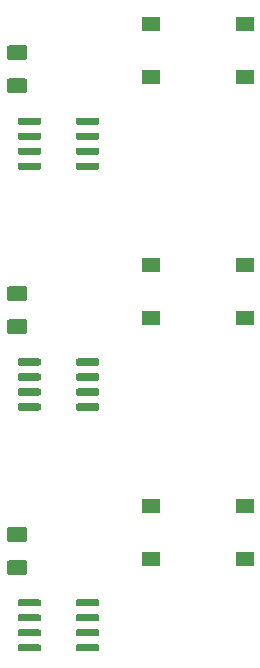
<source format=gbr>
G04 #@! TF.GenerationSoftware,KiCad,Pcbnew,(5.1.5)-3*
G04 #@! TF.CreationDate,2020-05-24T18:07:27-05:00*
G04 #@! TF.ProjectId,multiBoard_small,6d756c74-6942-46f6-9172-645f736d616c,rev?*
G04 #@! TF.SameCoordinates,PX5a995c0PY68e7780*
G04 #@! TF.FileFunction,Paste,Top*
G04 #@! TF.FilePolarity,Positive*
%FSLAX46Y46*%
G04 Gerber Fmt 4.6, Leading zero omitted, Abs format (unit mm)*
G04 Created by KiCad (PCBNEW (5.1.5)-3) date 2020-05-24 18:07:27*
%MOMM*%
%LPD*%
G04 APERTURE LIST*
%ADD10C,0.100000*%
%ADD11R,1.550000X1.300000*%
G04 APERTURE END LIST*
D10*
G36*
X16664703Y11804278D02*
G01*
X16679264Y11802118D01*
X16693543Y11798541D01*
X16707403Y11793582D01*
X16720710Y11787288D01*
X16733336Y11779720D01*
X16745159Y11770952D01*
X16756066Y11761066D01*
X16765952Y11750159D01*
X16774720Y11738336D01*
X16782288Y11725710D01*
X16788582Y11712403D01*
X16793541Y11698543D01*
X16797118Y11684264D01*
X16799278Y11669703D01*
X16800000Y11655000D01*
X16800000Y11355000D01*
X16799278Y11340297D01*
X16797118Y11325736D01*
X16793541Y11311457D01*
X16788582Y11297597D01*
X16782288Y11284290D01*
X16774720Y11271664D01*
X16765952Y11259841D01*
X16756066Y11248934D01*
X16745159Y11239048D01*
X16733336Y11230280D01*
X16720710Y11222712D01*
X16707403Y11216418D01*
X16693543Y11211459D01*
X16679264Y11207882D01*
X16664703Y11205722D01*
X16650000Y11205000D01*
X15000000Y11205000D01*
X14985297Y11205722D01*
X14970736Y11207882D01*
X14956457Y11211459D01*
X14942597Y11216418D01*
X14929290Y11222712D01*
X14916664Y11230280D01*
X14904841Y11239048D01*
X14893934Y11248934D01*
X14884048Y11259841D01*
X14875280Y11271664D01*
X14867712Y11284290D01*
X14861418Y11297597D01*
X14856459Y11311457D01*
X14852882Y11325736D01*
X14850722Y11340297D01*
X14850000Y11355000D01*
X14850000Y11655000D01*
X14850722Y11669703D01*
X14852882Y11684264D01*
X14856459Y11698543D01*
X14861418Y11712403D01*
X14867712Y11725710D01*
X14875280Y11738336D01*
X14884048Y11750159D01*
X14893934Y11761066D01*
X14904841Y11770952D01*
X14916664Y11779720D01*
X14929290Y11787288D01*
X14942597Y11793582D01*
X14956457Y11798541D01*
X14970736Y11802118D01*
X14985297Y11804278D01*
X15000000Y11805000D01*
X16650000Y11805000D01*
X16664703Y11804278D01*
G37*
G36*
X16664703Y10534278D02*
G01*
X16679264Y10532118D01*
X16693543Y10528541D01*
X16707403Y10523582D01*
X16720710Y10517288D01*
X16733336Y10509720D01*
X16745159Y10500952D01*
X16756066Y10491066D01*
X16765952Y10480159D01*
X16774720Y10468336D01*
X16782288Y10455710D01*
X16788582Y10442403D01*
X16793541Y10428543D01*
X16797118Y10414264D01*
X16799278Y10399703D01*
X16800000Y10385000D01*
X16800000Y10085000D01*
X16799278Y10070297D01*
X16797118Y10055736D01*
X16793541Y10041457D01*
X16788582Y10027597D01*
X16782288Y10014290D01*
X16774720Y10001664D01*
X16765952Y9989841D01*
X16756066Y9978934D01*
X16745159Y9969048D01*
X16733336Y9960280D01*
X16720710Y9952712D01*
X16707403Y9946418D01*
X16693543Y9941459D01*
X16679264Y9937882D01*
X16664703Y9935722D01*
X16650000Y9935000D01*
X15000000Y9935000D01*
X14985297Y9935722D01*
X14970736Y9937882D01*
X14956457Y9941459D01*
X14942597Y9946418D01*
X14929290Y9952712D01*
X14916664Y9960280D01*
X14904841Y9969048D01*
X14893934Y9978934D01*
X14884048Y9989841D01*
X14875280Y10001664D01*
X14867712Y10014290D01*
X14861418Y10027597D01*
X14856459Y10041457D01*
X14852882Y10055736D01*
X14850722Y10070297D01*
X14850000Y10085000D01*
X14850000Y10385000D01*
X14850722Y10399703D01*
X14852882Y10414264D01*
X14856459Y10428543D01*
X14861418Y10442403D01*
X14867712Y10455710D01*
X14875280Y10468336D01*
X14884048Y10480159D01*
X14893934Y10491066D01*
X14904841Y10500952D01*
X14916664Y10509720D01*
X14929290Y10517288D01*
X14942597Y10523582D01*
X14956457Y10528541D01*
X14970736Y10532118D01*
X14985297Y10534278D01*
X15000000Y10535000D01*
X16650000Y10535000D01*
X16664703Y10534278D01*
G37*
G36*
X16664703Y9264278D02*
G01*
X16679264Y9262118D01*
X16693543Y9258541D01*
X16707403Y9253582D01*
X16720710Y9247288D01*
X16733336Y9239720D01*
X16745159Y9230952D01*
X16756066Y9221066D01*
X16765952Y9210159D01*
X16774720Y9198336D01*
X16782288Y9185710D01*
X16788582Y9172403D01*
X16793541Y9158543D01*
X16797118Y9144264D01*
X16799278Y9129703D01*
X16800000Y9115000D01*
X16800000Y8815000D01*
X16799278Y8800297D01*
X16797118Y8785736D01*
X16793541Y8771457D01*
X16788582Y8757597D01*
X16782288Y8744290D01*
X16774720Y8731664D01*
X16765952Y8719841D01*
X16756066Y8708934D01*
X16745159Y8699048D01*
X16733336Y8690280D01*
X16720710Y8682712D01*
X16707403Y8676418D01*
X16693543Y8671459D01*
X16679264Y8667882D01*
X16664703Y8665722D01*
X16650000Y8665000D01*
X15000000Y8665000D01*
X14985297Y8665722D01*
X14970736Y8667882D01*
X14956457Y8671459D01*
X14942597Y8676418D01*
X14929290Y8682712D01*
X14916664Y8690280D01*
X14904841Y8699048D01*
X14893934Y8708934D01*
X14884048Y8719841D01*
X14875280Y8731664D01*
X14867712Y8744290D01*
X14861418Y8757597D01*
X14856459Y8771457D01*
X14852882Y8785736D01*
X14850722Y8800297D01*
X14850000Y8815000D01*
X14850000Y9115000D01*
X14850722Y9129703D01*
X14852882Y9144264D01*
X14856459Y9158543D01*
X14861418Y9172403D01*
X14867712Y9185710D01*
X14875280Y9198336D01*
X14884048Y9210159D01*
X14893934Y9221066D01*
X14904841Y9230952D01*
X14916664Y9239720D01*
X14929290Y9247288D01*
X14942597Y9253582D01*
X14956457Y9258541D01*
X14970736Y9262118D01*
X14985297Y9264278D01*
X15000000Y9265000D01*
X16650000Y9265000D01*
X16664703Y9264278D01*
G37*
G36*
X16664703Y7994278D02*
G01*
X16679264Y7992118D01*
X16693543Y7988541D01*
X16707403Y7983582D01*
X16720710Y7977288D01*
X16733336Y7969720D01*
X16745159Y7960952D01*
X16756066Y7951066D01*
X16765952Y7940159D01*
X16774720Y7928336D01*
X16782288Y7915710D01*
X16788582Y7902403D01*
X16793541Y7888543D01*
X16797118Y7874264D01*
X16799278Y7859703D01*
X16800000Y7845000D01*
X16800000Y7545000D01*
X16799278Y7530297D01*
X16797118Y7515736D01*
X16793541Y7501457D01*
X16788582Y7487597D01*
X16782288Y7474290D01*
X16774720Y7461664D01*
X16765952Y7449841D01*
X16756066Y7438934D01*
X16745159Y7429048D01*
X16733336Y7420280D01*
X16720710Y7412712D01*
X16707403Y7406418D01*
X16693543Y7401459D01*
X16679264Y7397882D01*
X16664703Y7395722D01*
X16650000Y7395000D01*
X15000000Y7395000D01*
X14985297Y7395722D01*
X14970736Y7397882D01*
X14956457Y7401459D01*
X14942597Y7406418D01*
X14929290Y7412712D01*
X14916664Y7420280D01*
X14904841Y7429048D01*
X14893934Y7438934D01*
X14884048Y7449841D01*
X14875280Y7461664D01*
X14867712Y7474290D01*
X14861418Y7487597D01*
X14856459Y7501457D01*
X14852882Y7515736D01*
X14850722Y7530297D01*
X14850000Y7545000D01*
X14850000Y7845000D01*
X14850722Y7859703D01*
X14852882Y7874264D01*
X14856459Y7888543D01*
X14861418Y7902403D01*
X14867712Y7915710D01*
X14875280Y7928336D01*
X14884048Y7940159D01*
X14893934Y7951066D01*
X14904841Y7960952D01*
X14916664Y7969720D01*
X14929290Y7977288D01*
X14942597Y7983582D01*
X14956457Y7988541D01*
X14970736Y7992118D01*
X14985297Y7994278D01*
X15000000Y7995000D01*
X16650000Y7995000D01*
X16664703Y7994278D01*
G37*
G36*
X21614703Y7994278D02*
G01*
X21629264Y7992118D01*
X21643543Y7988541D01*
X21657403Y7983582D01*
X21670710Y7977288D01*
X21683336Y7969720D01*
X21695159Y7960952D01*
X21706066Y7951066D01*
X21715952Y7940159D01*
X21724720Y7928336D01*
X21732288Y7915710D01*
X21738582Y7902403D01*
X21743541Y7888543D01*
X21747118Y7874264D01*
X21749278Y7859703D01*
X21750000Y7845000D01*
X21750000Y7545000D01*
X21749278Y7530297D01*
X21747118Y7515736D01*
X21743541Y7501457D01*
X21738582Y7487597D01*
X21732288Y7474290D01*
X21724720Y7461664D01*
X21715952Y7449841D01*
X21706066Y7438934D01*
X21695159Y7429048D01*
X21683336Y7420280D01*
X21670710Y7412712D01*
X21657403Y7406418D01*
X21643543Y7401459D01*
X21629264Y7397882D01*
X21614703Y7395722D01*
X21600000Y7395000D01*
X19950000Y7395000D01*
X19935297Y7395722D01*
X19920736Y7397882D01*
X19906457Y7401459D01*
X19892597Y7406418D01*
X19879290Y7412712D01*
X19866664Y7420280D01*
X19854841Y7429048D01*
X19843934Y7438934D01*
X19834048Y7449841D01*
X19825280Y7461664D01*
X19817712Y7474290D01*
X19811418Y7487597D01*
X19806459Y7501457D01*
X19802882Y7515736D01*
X19800722Y7530297D01*
X19800000Y7545000D01*
X19800000Y7845000D01*
X19800722Y7859703D01*
X19802882Y7874264D01*
X19806459Y7888543D01*
X19811418Y7902403D01*
X19817712Y7915710D01*
X19825280Y7928336D01*
X19834048Y7940159D01*
X19843934Y7951066D01*
X19854841Y7960952D01*
X19866664Y7969720D01*
X19879290Y7977288D01*
X19892597Y7983582D01*
X19906457Y7988541D01*
X19920736Y7992118D01*
X19935297Y7994278D01*
X19950000Y7995000D01*
X21600000Y7995000D01*
X21614703Y7994278D01*
G37*
G36*
X21614703Y9264278D02*
G01*
X21629264Y9262118D01*
X21643543Y9258541D01*
X21657403Y9253582D01*
X21670710Y9247288D01*
X21683336Y9239720D01*
X21695159Y9230952D01*
X21706066Y9221066D01*
X21715952Y9210159D01*
X21724720Y9198336D01*
X21732288Y9185710D01*
X21738582Y9172403D01*
X21743541Y9158543D01*
X21747118Y9144264D01*
X21749278Y9129703D01*
X21750000Y9115000D01*
X21750000Y8815000D01*
X21749278Y8800297D01*
X21747118Y8785736D01*
X21743541Y8771457D01*
X21738582Y8757597D01*
X21732288Y8744290D01*
X21724720Y8731664D01*
X21715952Y8719841D01*
X21706066Y8708934D01*
X21695159Y8699048D01*
X21683336Y8690280D01*
X21670710Y8682712D01*
X21657403Y8676418D01*
X21643543Y8671459D01*
X21629264Y8667882D01*
X21614703Y8665722D01*
X21600000Y8665000D01*
X19950000Y8665000D01*
X19935297Y8665722D01*
X19920736Y8667882D01*
X19906457Y8671459D01*
X19892597Y8676418D01*
X19879290Y8682712D01*
X19866664Y8690280D01*
X19854841Y8699048D01*
X19843934Y8708934D01*
X19834048Y8719841D01*
X19825280Y8731664D01*
X19817712Y8744290D01*
X19811418Y8757597D01*
X19806459Y8771457D01*
X19802882Y8785736D01*
X19800722Y8800297D01*
X19800000Y8815000D01*
X19800000Y9115000D01*
X19800722Y9129703D01*
X19802882Y9144264D01*
X19806459Y9158543D01*
X19811418Y9172403D01*
X19817712Y9185710D01*
X19825280Y9198336D01*
X19834048Y9210159D01*
X19843934Y9221066D01*
X19854841Y9230952D01*
X19866664Y9239720D01*
X19879290Y9247288D01*
X19892597Y9253582D01*
X19906457Y9258541D01*
X19920736Y9262118D01*
X19935297Y9264278D01*
X19950000Y9265000D01*
X21600000Y9265000D01*
X21614703Y9264278D01*
G37*
G36*
X21614703Y10534278D02*
G01*
X21629264Y10532118D01*
X21643543Y10528541D01*
X21657403Y10523582D01*
X21670710Y10517288D01*
X21683336Y10509720D01*
X21695159Y10500952D01*
X21706066Y10491066D01*
X21715952Y10480159D01*
X21724720Y10468336D01*
X21732288Y10455710D01*
X21738582Y10442403D01*
X21743541Y10428543D01*
X21747118Y10414264D01*
X21749278Y10399703D01*
X21750000Y10385000D01*
X21750000Y10085000D01*
X21749278Y10070297D01*
X21747118Y10055736D01*
X21743541Y10041457D01*
X21738582Y10027597D01*
X21732288Y10014290D01*
X21724720Y10001664D01*
X21715952Y9989841D01*
X21706066Y9978934D01*
X21695159Y9969048D01*
X21683336Y9960280D01*
X21670710Y9952712D01*
X21657403Y9946418D01*
X21643543Y9941459D01*
X21629264Y9937882D01*
X21614703Y9935722D01*
X21600000Y9935000D01*
X19950000Y9935000D01*
X19935297Y9935722D01*
X19920736Y9937882D01*
X19906457Y9941459D01*
X19892597Y9946418D01*
X19879290Y9952712D01*
X19866664Y9960280D01*
X19854841Y9969048D01*
X19843934Y9978934D01*
X19834048Y9989841D01*
X19825280Y10001664D01*
X19817712Y10014290D01*
X19811418Y10027597D01*
X19806459Y10041457D01*
X19802882Y10055736D01*
X19800722Y10070297D01*
X19800000Y10085000D01*
X19800000Y10385000D01*
X19800722Y10399703D01*
X19802882Y10414264D01*
X19806459Y10428543D01*
X19811418Y10442403D01*
X19817712Y10455710D01*
X19825280Y10468336D01*
X19834048Y10480159D01*
X19843934Y10491066D01*
X19854841Y10500952D01*
X19866664Y10509720D01*
X19879290Y10517288D01*
X19892597Y10523582D01*
X19906457Y10528541D01*
X19920736Y10532118D01*
X19935297Y10534278D01*
X19950000Y10535000D01*
X21600000Y10535000D01*
X21614703Y10534278D01*
G37*
G36*
X21614703Y11804278D02*
G01*
X21629264Y11802118D01*
X21643543Y11798541D01*
X21657403Y11793582D01*
X21670710Y11787288D01*
X21683336Y11779720D01*
X21695159Y11770952D01*
X21706066Y11761066D01*
X21715952Y11750159D01*
X21724720Y11738336D01*
X21732288Y11725710D01*
X21738582Y11712403D01*
X21743541Y11698543D01*
X21747118Y11684264D01*
X21749278Y11669703D01*
X21750000Y11655000D01*
X21750000Y11355000D01*
X21749278Y11340297D01*
X21747118Y11325736D01*
X21743541Y11311457D01*
X21738582Y11297597D01*
X21732288Y11284290D01*
X21724720Y11271664D01*
X21715952Y11259841D01*
X21706066Y11248934D01*
X21695159Y11239048D01*
X21683336Y11230280D01*
X21670710Y11222712D01*
X21657403Y11216418D01*
X21643543Y11211459D01*
X21629264Y11207882D01*
X21614703Y11205722D01*
X21600000Y11205000D01*
X19950000Y11205000D01*
X19935297Y11205722D01*
X19920736Y11207882D01*
X19906457Y11211459D01*
X19892597Y11216418D01*
X19879290Y11222712D01*
X19866664Y11230280D01*
X19854841Y11239048D01*
X19843934Y11248934D01*
X19834048Y11259841D01*
X19825280Y11271664D01*
X19817712Y11284290D01*
X19811418Y11297597D01*
X19806459Y11311457D01*
X19802882Y11325736D01*
X19800722Y11340297D01*
X19800000Y11355000D01*
X19800000Y11655000D01*
X19800722Y11669703D01*
X19802882Y11684264D01*
X19806459Y11698543D01*
X19811418Y11712403D01*
X19817712Y11725710D01*
X19825280Y11738336D01*
X19834048Y11750159D01*
X19843934Y11761066D01*
X19854841Y11770952D01*
X19866664Y11779720D01*
X19879290Y11787288D01*
X19892597Y11793582D01*
X19906457Y11798541D01*
X19920736Y11802118D01*
X19935297Y11804278D01*
X19950000Y11805000D01*
X21600000Y11805000D01*
X21614703Y11804278D01*
G37*
G36*
X15449504Y17923796D02*
G01*
X15473773Y17920196D01*
X15497571Y17914235D01*
X15520671Y17905970D01*
X15542849Y17895480D01*
X15563893Y17882867D01*
X15583598Y17868253D01*
X15601777Y17851777D01*
X15618253Y17833598D01*
X15632867Y17813893D01*
X15645480Y17792849D01*
X15655970Y17770671D01*
X15664235Y17747571D01*
X15670196Y17723773D01*
X15673796Y17699504D01*
X15675000Y17675000D01*
X15675000Y16925000D01*
X15673796Y16900496D01*
X15670196Y16876227D01*
X15664235Y16852429D01*
X15655970Y16829329D01*
X15645480Y16807151D01*
X15632867Y16786107D01*
X15618253Y16766402D01*
X15601777Y16748223D01*
X15583598Y16731747D01*
X15563893Y16717133D01*
X15542849Y16704520D01*
X15520671Y16694030D01*
X15497571Y16685765D01*
X15473773Y16679804D01*
X15449504Y16676204D01*
X15425000Y16675000D01*
X14175000Y16675000D01*
X14150496Y16676204D01*
X14126227Y16679804D01*
X14102429Y16685765D01*
X14079329Y16694030D01*
X14057151Y16704520D01*
X14036107Y16717133D01*
X14016402Y16731747D01*
X13998223Y16748223D01*
X13981747Y16766402D01*
X13967133Y16786107D01*
X13954520Y16807151D01*
X13944030Y16829329D01*
X13935765Y16852429D01*
X13929804Y16876227D01*
X13926204Y16900496D01*
X13925000Y16925000D01*
X13925000Y17675000D01*
X13926204Y17699504D01*
X13929804Y17723773D01*
X13935765Y17747571D01*
X13944030Y17770671D01*
X13954520Y17792849D01*
X13967133Y17813893D01*
X13981747Y17833598D01*
X13998223Y17851777D01*
X14016402Y17868253D01*
X14036107Y17882867D01*
X14057151Y17895480D01*
X14079329Y17905970D01*
X14102429Y17914235D01*
X14126227Y17920196D01*
X14150496Y17923796D01*
X14175000Y17925000D01*
X15425000Y17925000D01*
X15449504Y17923796D01*
G37*
G36*
X15449504Y15123796D02*
G01*
X15473773Y15120196D01*
X15497571Y15114235D01*
X15520671Y15105970D01*
X15542849Y15095480D01*
X15563893Y15082867D01*
X15583598Y15068253D01*
X15601777Y15051777D01*
X15618253Y15033598D01*
X15632867Y15013893D01*
X15645480Y14992849D01*
X15655970Y14970671D01*
X15664235Y14947571D01*
X15670196Y14923773D01*
X15673796Y14899504D01*
X15675000Y14875000D01*
X15675000Y14125000D01*
X15673796Y14100496D01*
X15670196Y14076227D01*
X15664235Y14052429D01*
X15655970Y14029329D01*
X15645480Y14007151D01*
X15632867Y13986107D01*
X15618253Y13966402D01*
X15601777Y13948223D01*
X15583598Y13931747D01*
X15563893Y13917133D01*
X15542849Y13904520D01*
X15520671Y13894030D01*
X15497571Y13885765D01*
X15473773Y13879804D01*
X15449504Y13876204D01*
X15425000Y13875000D01*
X14175000Y13875000D01*
X14150496Y13876204D01*
X14126227Y13879804D01*
X14102429Y13885765D01*
X14079329Y13894030D01*
X14057151Y13904520D01*
X14036107Y13917133D01*
X14016402Y13931747D01*
X13998223Y13948223D01*
X13981747Y13966402D01*
X13967133Y13986107D01*
X13954520Y14007151D01*
X13944030Y14029329D01*
X13935765Y14052429D01*
X13929804Y14076227D01*
X13926204Y14100496D01*
X13925000Y14125000D01*
X13925000Y14875000D01*
X13926204Y14899504D01*
X13929804Y14923773D01*
X13935765Y14947571D01*
X13944030Y14970671D01*
X13954520Y14992849D01*
X13967133Y15013893D01*
X13981747Y15033598D01*
X13998223Y15051777D01*
X14016402Y15068253D01*
X14036107Y15082867D01*
X14057151Y15095480D01*
X14079329Y15105970D01*
X14102429Y15114235D01*
X14126227Y15120196D01*
X14150496Y15123796D01*
X14175000Y15125000D01*
X15425000Y15125000D01*
X15449504Y15123796D01*
G37*
D11*
X26125000Y15250000D03*
X26125000Y19750000D03*
X34075000Y19750000D03*
X34075000Y15250000D03*
D10*
G36*
X16664703Y52604278D02*
G01*
X16679264Y52602118D01*
X16693543Y52598541D01*
X16707403Y52593582D01*
X16720710Y52587288D01*
X16733336Y52579720D01*
X16745159Y52570952D01*
X16756066Y52561066D01*
X16765952Y52550159D01*
X16774720Y52538336D01*
X16782288Y52525710D01*
X16788582Y52512403D01*
X16793541Y52498543D01*
X16797118Y52484264D01*
X16799278Y52469703D01*
X16800000Y52455000D01*
X16800000Y52155000D01*
X16799278Y52140297D01*
X16797118Y52125736D01*
X16793541Y52111457D01*
X16788582Y52097597D01*
X16782288Y52084290D01*
X16774720Y52071664D01*
X16765952Y52059841D01*
X16756066Y52048934D01*
X16745159Y52039048D01*
X16733336Y52030280D01*
X16720710Y52022712D01*
X16707403Y52016418D01*
X16693543Y52011459D01*
X16679264Y52007882D01*
X16664703Y52005722D01*
X16650000Y52005000D01*
X15000000Y52005000D01*
X14985297Y52005722D01*
X14970736Y52007882D01*
X14956457Y52011459D01*
X14942597Y52016418D01*
X14929290Y52022712D01*
X14916664Y52030280D01*
X14904841Y52039048D01*
X14893934Y52048934D01*
X14884048Y52059841D01*
X14875280Y52071664D01*
X14867712Y52084290D01*
X14861418Y52097597D01*
X14856459Y52111457D01*
X14852882Y52125736D01*
X14850722Y52140297D01*
X14850000Y52155000D01*
X14850000Y52455000D01*
X14850722Y52469703D01*
X14852882Y52484264D01*
X14856459Y52498543D01*
X14861418Y52512403D01*
X14867712Y52525710D01*
X14875280Y52538336D01*
X14884048Y52550159D01*
X14893934Y52561066D01*
X14904841Y52570952D01*
X14916664Y52579720D01*
X14929290Y52587288D01*
X14942597Y52593582D01*
X14956457Y52598541D01*
X14970736Y52602118D01*
X14985297Y52604278D01*
X15000000Y52605000D01*
X16650000Y52605000D01*
X16664703Y52604278D01*
G37*
G36*
X16664703Y51334278D02*
G01*
X16679264Y51332118D01*
X16693543Y51328541D01*
X16707403Y51323582D01*
X16720710Y51317288D01*
X16733336Y51309720D01*
X16745159Y51300952D01*
X16756066Y51291066D01*
X16765952Y51280159D01*
X16774720Y51268336D01*
X16782288Y51255710D01*
X16788582Y51242403D01*
X16793541Y51228543D01*
X16797118Y51214264D01*
X16799278Y51199703D01*
X16800000Y51185000D01*
X16800000Y50885000D01*
X16799278Y50870297D01*
X16797118Y50855736D01*
X16793541Y50841457D01*
X16788582Y50827597D01*
X16782288Y50814290D01*
X16774720Y50801664D01*
X16765952Y50789841D01*
X16756066Y50778934D01*
X16745159Y50769048D01*
X16733336Y50760280D01*
X16720710Y50752712D01*
X16707403Y50746418D01*
X16693543Y50741459D01*
X16679264Y50737882D01*
X16664703Y50735722D01*
X16650000Y50735000D01*
X15000000Y50735000D01*
X14985297Y50735722D01*
X14970736Y50737882D01*
X14956457Y50741459D01*
X14942597Y50746418D01*
X14929290Y50752712D01*
X14916664Y50760280D01*
X14904841Y50769048D01*
X14893934Y50778934D01*
X14884048Y50789841D01*
X14875280Y50801664D01*
X14867712Y50814290D01*
X14861418Y50827597D01*
X14856459Y50841457D01*
X14852882Y50855736D01*
X14850722Y50870297D01*
X14850000Y50885000D01*
X14850000Y51185000D01*
X14850722Y51199703D01*
X14852882Y51214264D01*
X14856459Y51228543D01*
X14861418Y51242403D01*
X14867712Y51255710D01*
X14875280Y51268336D01*
X14884048Y51280159D01*
X14893934Y51291066D01*
X14904841Y51300952D01*
X14916664Y51309720D01*
X14929290Y51317288D01*
X14942597Y51323582D01*
X14956457Y51328541D01*
X14970736Y51332118D01*
X14985297Y51334278D01*
X15000000Y51335000D01*
X16650000Y51335000D01*
X16664703Y51334278D01*
G37*
G36*
X16664703Y50064278D02*
G01*
X16679264Y50062118D01*
X16693543Y50058541D01*
X16707403Y50053582D01*
X16720710Y50047288D01*
X16733336Y50039720D01*
X16745159Y50030952D01*
X16756066Y50021066D01*
X16765952Y50010159D01*
X16774720Y49998336D01*
X16782288Y49985710D01*
X16788582Y49972403D01*
X16793541Y49958543D01*
X16797118Y49944264D01*
X16799278Y49929703D01*
X16800000Y49915000D01*
X16800000Y49615000D01*
X16799278Y49600297D01*
X16797118Y49585736D01*
X16793541Y49571457D01*
X16788582Y49557597D01*
X16782288Y49544290D01*
X16774720Y49531664D01*
X16765952Y49519841D01*
X16756066Y49508934D01*
X16745159Y49499048D01*
X16733336Y49490280D01*
X16720710Y49482712D01*
X16707403Y49476418D01*
X16693543Y49471459D01*
X16679264Y49467882D01*
X16664703Y49465722D01*
X16650000Y49465000D01*
X15000000Y49465000D01*
X14985297Y49465722D01*
X14970736Y49467882D01*
X14956457Y49471459D01*
X14942597Y49476418D01*
X14929290Y49482712D01*
X14916664Y49490280D01*
X14904841Y49499048D01*
X14893934Y49508934D01*
X14884048Y49519841D01*
X14875280Y49531664D01*
X14867712Y49544290D01*
X14861418Y49557597D01*
X14856459Y49571457D01*
X14852882Y49585736D01*
X14850722Y49600297D01*
X14850000Y49615000D01*
X14850000Y49915000D01*
X14850722Y49929703D01*
X14852882Y49944264D01*
X14856459Y49958543D01*
X14861418Y49972403D01*
X14867712Y49985710D01*
X14875280Y49998336D01*
X14884048Y50010159D01*
X14893934Y50021066D01*
X14904841Y50030952D01*
X14916664Y50039720D01*
X14929290Y50047288D01*
X14942597Y50053582D01*
X14956457Y50058541D01*
X14970736Y50062118D01*
X14985297Y50064278D01*
X15000000Y50065000D01*
X16650000Y50065000D01*
X16664703Y50064278D01*
G37*
G36*
X16664703Y48794278D02*
G01*
X16679264Y48792118D01*
X16693543Y48788541D01*
X16707403Y48783582D01*
X16720710Y48777288D01*
X16733336Y48769720D01*
X16745159Y48760952D01*
X16756066Y48751066D01*
X16765952Y48740159D01*
X16774720Y48728336D01*
X16782288Y48715710D01*
X16788582Y48702403D01*
X16793541Y48688543D01*
X16797118Y48674264D01*
X16799278Y48659703D01*
X16800000Y48645000D01*
X16800000Y48345000D01*
X16799278Y48330297D01*
X16797118Y48315736D01*
X16793541Y48301457D01*
X16788582Y48287597D01*
X16782288Y48274290D01*
X16774720Y48261664D01*
X16765952Y48249841D01*
X16756066Y48238934D01*
X16745159Y48229048D01*
X16733336Y48220280D01*
X16720710Y48212712D01*
X16707403Y48206418D01*
X16693543Y48201459D01*
X16679264Y48197882D01*
X16664703Y48195722D01*
X16650000Y48195000D01*
X15000000Y48195000D01*
X14985297Y48195722D01*
X14970736Y48197882D01*
X14956457Y48201459D01*
X14942597Y48206418D01*
X14929290Y48212712D01*
X14916664Y48220280D01*
X14904841Y48229048D01*
X14893934Y48238934D01*
X14884048Y48249841D01*
X14875280Y48261664D01*
X14867712Y48274290D01*
X14861418Y48287597D01*
X14856459Y48301457D01*
X14852882Y48315736D01*
X14850722Y48330297D01*
X14850000Y48345000D01*
X14850000Y48645000D01*
X14850722Y48659703D01*
X14852882Y48674264D01*
X14856459Y48688543D01*
X14861418Y48702403D01*
X14867712Y48715710D01*
X14875280Y48728336D01*
X14884048Y48740159D01*
X14893934Y48751066D01*
X14904841Y48760952D01*
X14916664Y48769720D01*
X14929290Y48777288D01*
X14942597Y48783582D01*
X14956457Y48788541D01*
X14970736Y48792118D01*
X14985297Y48794278D01*
X15000000Y48795000D01*
X16650000Y48795000D01*
X16664703Y48794278D01*
G37*
G36*
X21614703Y48794278D02*
G01*
X21629264Y48792118D01*
X21643543Y48788541D01*
X21657403Y48783582D01*
X21670710Y48777288D01*
X21683336Y48769720D01*
X21695159Y48760952D01*
X21706066Y48751066D01*
X21715952Y48740159D01*
X21724720Y48728336D01*
X21732288Y48715710D01*
X21738582Y48702403D01*
X21743541Y48688543D01*
X21747118Y48674264D01*
X21749278Y48659703D01*
X21750000Y48645000D01*
X21750000Y48345000D01*
X21749278Y48330297D01*
X21747118Y48315736D01*
X21743541Y48301457D01*
X21738582Y48287597D01*
X21732288Y48274290D01*
X21724720Y48261664D01*
X21715952Y48249841D01*
X21706066Y48238934D01*
X21695159Y48229048D01*
X21683336Y48220280D01*
X21670710Y48212712D01*
X21657403Y48206418D01*
X21643543Y48201459D01*
X21629264Y48197882D01*
X21614703Y48195722D01*
X21600000Y48195000D01*
X19950000Y48195000D01*
X19935297Y48195722D01*
X19920736Y48197882D01*
X19906457Y48201459D01*
X19892597Y48206418D01*
X19879290Y48212712D01*
X19866664Y48220280D01*
X19854841Y48229048D01*
X19843934Y48238934D01*
X19834048Y48249841D01*
X19825280Y48261664D01*
X19817712Y48274290D01*
X19811418Y48287597D01*
X19806459Y48301457D01*
X19802882Y48315736D01*
X19800722Y48330297D01*
X19800000Y48345000D01*
X19800000Y48645000D01*
X19800722Y48659703D01*
X19802882Y48674264D01*
X19806459Y48688543D01*
X19811418Y48702403D01*
X19817712Y48715710D01*
X19825280Y48728336D01*
X19834048Y48740159D01*
X19843934Y48751066D01*
X19854841Y48760952D01*
X19866664Y48769720D01*
X19879290Y48777288D01*
X19892597Y48783582D01*
X19906457Y48788541D01*
X19920736Y48792118D01*
X19935297Y48794278D01*
X19950000Y48795000D01*
X21600000Y48795000D01*
X21614703Y48794278D01*
G37*
G36*
X21614703Y50064278D02*
G01*
X21629264Y50062118D01*
X21643543Y50058541D01*
X21657403Y50053582D01*
X21670710Y50047288D01*
X21683336Y50039720D01*
X21695159Y50030952D01*
X21706066Y50021066D01*
X21715952Y50010159D01*
X21724720Y49998336D01*
X21732288Y49985710D01*
X21738582Y49972403D01*
X21743541Y49958543D01*
X21747118Y49944264D01*
X21749278Y49929703D01*
X21750000Y49915000D01*
X21750000Y49615000D01*
X21749278Y49600297D01*
X21747118Y49585736D01*
X21743541Y49571457D01*
X21738582Y49557597D01*
X21732288Y49544290D01*
X21724720Y49531664D01*
X21715952Y49519841D01*
X21706066Y49508934D01*
X21695159Y49499048D01*
X21683336Y49490280D01*
X21670710Y49482712D01*
X21657403Y49476418D01*
X21643543Y49471459D01*
X21629264Y49467882D01*
X21614703Y49465722D01*
X21600000Y49465000D01*
X19950000Y49465000D01*
X19935297Y49465722D01*
X19920736Y49467882D01*
X19906457Y49471459D01*
X19892597Y49476418D01*
X19879290Y49482712D01*
X19866664Y49490280D01*
X19854841Y49499048D01*
X19843934Y49508934D01*
X19834048Y49519841D01*
X19825280Y49531664D01*
X19817712Y49544290D01*
X19811418Y49557597D01*
X19806459Y49571457D01*
X19802882Y49585736D01*
X19800722Y49600297D01*
X19800000Y49615000D01*
X19800000Y49915000D01*
X19800722Y49929703D01*
X19802882Y49944264D01*
X19806459Y49958543D01*
X19811418Y49972403D01*
X19817712Y49985710D01*
X19825280Y49998336D01*
X19834048Y50010159D01*
X19843934Y50021066D01*
X19854841Y50030952D01*
X19866664Y50039720D01*
X19879290Y50047288D01*
X19892597Y50053582D01*
X19906457Y50058541D01*
X19920736Y50062118D01*
X19935297Y50064278D01*
X19950000Y50065000D01*
X21600000Y50065000D01*
X21614703Y50064278D01*
G37*
G36*
X21614703Y51334278D02*
G01*
X21629264Y51332118D01*
X21643543Y51328541D01*
X21657403Y51323582D01*
X21670710Y51317288D01*
X21683336Y51309720D01*
X21695159Y51300952D01*
X21706066Y51291066D01*
X21715952Y51280159D01*
X21724720Y51268336D01*
X21732288Y51255710D01*
X21738582Y51242403D01*
X21743541Y51228543D01*
X21747118Y51214264D01*
X21749278Y51199703D01*
X21750000Y51185000D01*
X21750000Y50885000D01*
X21749278Y50870297D01*
X21747118Y50855736D01*
X21743541Y50841457D01*
X21738582Y50827597D01*
X21732288Y50814290D01*
X21724720Y50801664D01*
X21715952Y50789841D01*
X21706066Y50778934D01*
X21695159Y50769048D01*
X21683336Y50760280D01*
X21670710Y50752712D01*
X21657403Y50746418D01*
X21643543Y50741459D01*
X21629264Y50737882D01*
X21614703Y50735722D01*
X21600000Y50735000D01*
X19950000Y50735000D01*
X19935297Y50735722D01*
X19920736Y50737882D01*
X19906457Y50741459D01*
X19892597Y50746418D01*
X19879290Y50752712D01*
X19866664Y50760280D01*
X19854841Y50769048D01*
X19843934Y50778934D01*
X19834048Y50789841D01*
X19825280Y50801664D01*
X19817712Y50814290D01*
X19811418Y50827597D01*
X19806459Y50841457D01*
X19802882Y50855736D01*
X19800722Y50870297D01*
X19800000Y50885000D01*
X19800000Y51185000D01*
X19800722Y51199703D01*
X19802882Y51214264D01*
X19806459Y51228543D01*
X19811418Y51242403D01*
X19817712Y51255710D01*
X19825280Y51268336D01*
X19834048Y51280159D01*
X19843934Y51291066D01*
X19854841Y51300952D01*
X19866664Y51309720D01*
X19879290Y51317288D01*
X19892597Y51323582D01*
X19906457Y51328541D01*
X19920736Y51332118D01*
X19935297Y51334278D01*
X19950000Y51335000D01*
X21600000Y51335000D01*
X21614703Y51334278D01*
G37*
G36*
X21614703Y52604278D02*
G01*
X21629264Y52602118D01*
X21643543Y52598541D01*
X21657403Y52593582D01*
X21670710Y52587288D01*
X21683336Y52579720D01*
X21695159Y52570952D01*
X21706066Y52561066D01*
X21715952Y52550159D01*
X21724720Y52538336D01*
X21732288Y52525710D01*
X21738582Y52512403D01*
X21743541Y52498543D01*
X21747118Y52484264D01*
X21749278Y52469703D01*
X21750000Y52455000D01*
X21750000Y52155000D01*
X21749278Y52140297D01*
X21747118Y52125736D01*
X21743541Y52111457D01*
X21738582Y52097597D01*
X21732288Y52084290D01*
X21724720Y52071664D01*
X21715952Y52059841D01*
X21706066Y52048934D01*
X21695159Y52039048D01*
X21683336Y52030280D01*
X21670710Y52022712D01*
X21657403Y52016418D01*
X21643543Y52011459D01*
X21629264Y52007882D01*
X21614703Y52005722D01*
X21600000Y52005000D01*
X19950000Y52005000D01*
X19935297Y52005722D01*
X19920736Y52007882D01*
X19906457Y52011459D01*
X19892597Y52016418D01*
X19879290Y52022712D01*
X19866664Y52030280D01*
X19854841Y52039048D01*
X19843934Y52048934D01*
X19834048Y52059841D01*
X19825280Y52071664D01*
X19817712Y52084290D01*
X19811418Y52097597D01*
X19806459Y52111457D01*
X19802882Y52125736D01*
X19800722Y52140297D01*
X19800000Y52155000D01*
X19800000Y52455000D01*
X19800722Y52469703D01*
X19802882Y52484264D01*
X19806459Y52498543D01*
X19811418Y52512403D01*
X19817712Y52525710D01*
X19825280Y52538336D01*
X19834048Y52550159D01*
X19843934Y52561066D01*
X19854841Y52570952D01*
X19866664Y52579720D01*
X19879290Y52587288D01*
X19892597Y52593582D01*
X19906457Y52598541D01*
X19920736Y52602118D01*
X19935297Y52604278D01*
X19950000Y52605000D01*
X21600000Y52605000D01*
X21614703Y52604278D01*
G37*
G36*
X15449504Y58723796D02*
G01*
X15473773Y58720196D01*
X15497571Y58714235D01*
X15520671Y58705970D01*
X15542849Y58695480D01*
X15563893Y58682867D01*
X15583598Y58668253D01*
X15601777Y58651777D01*
X15618253Y58633598D01*
X15632867Y58613893D01*
X15645480Y58592849D01*
X15655970Y58570671D01*
X15664235Y58547571D01*
X15670196Y58523773D01*
X15673796Y58499504D01*
X15675000Y58475000D01*
X15675000Y57725000D01*
X15673796Y57700496D01*
X15670196Y57676227D01*
X15664235Y57652429D01*
X15655970Y57629329D01*
X15645480Y57607151D01*
X15632867Y57586107D01*
X15618253Y57566402D01*
X15601777Y57548223D01*
X15583598Y57531747D01*
X15563893Y57517133D01*
X15542849Y57504520D01*
X15520671Y57494030D01*
X15497571Y57485765D01*
X15473773Y57479804D01*
X15449504Y57476204D01*
X15425000Y57475000D01*
X14175000Y57475000D01*
X14150496Y57476204D01*
X14126227Y57479804D01*
X14102429Y57485765D01*
X14079329Y57494030D01*
X14057151Y57504520D01*
X14036107Y57517133D01*
X14016402Y57531747D01*
X13998223Y57548223D01*
X13981747Y57566402D01*
X13967133Y57586107D01*
X13954520Y57607151D01*
X13944030Y57629329D01*
X13935765Y57652429D01*
X13929804Y57676227D01*
X13926204Y57700496D01*
X13925000Y57725000D01*
X13925000Y58475000D01*
X13926204Y58499504D01*
X13929804Y58523773D01*
X13935765Y58547571D01*
X13944030Y58570671D01*
X13954520Y58592849D01*
X13967133Y58613893D01*
X13981747Y58633598D01*
X13998223Y58651777D01*
X14016402Y58668253D01*
X14036107Y58682867D01*
X14057151Y58695480D01*
X14079329Y58705970D01*
X14102429Y58714235D01*
X14126227Y58720196D01*
X14150496Y58723796D01*
X14175000Y58725000D01*
X15425000Y58725000D01*
X15449504Y58723796D01*
G37*
G36*
X15449504Y55923796D02*
G01*
X15473773Y55920196D01*
X15497571Y55914235D01*
X15520671Y55905970D01*
X15542849Y55895480D01*
X15563893Y55882867D01*
X15583598Y55868253D01*
X15601777Y55851777D01*
X15618253Y55833598D01*
X15632867Y55813893D01*
X15645480Y55792849D01*
X15655970Y55770671D01*
X15664235Y55747571D01*
X15670196Y55723773D01*
X15673796Y55699504D01*
X15675000Y55675000D01*
X15675000Y54925000D01*
X15673796Y54900496D01*
X15670196Y54876227D01*
X15664235Y54852429D01*
X15655970Y54829329D01*
X15645480Y54807151D01*
X15632867Y54786107D01*
X15618253Y54766402D01*
X15601777Y54748223D01*
X15583598Y54731747D01*
X15563893Y54717133D01*
X15542849Y54704520D01*
X15520671Y54694030D01*
X15497571Y54685765D01*
X15473773Y54679804D01*
X15449504Y54676204D01*
X15425000Y54675000D01*
X14175000Y54675000D01*
X14150496Y54676204D01*
X14126227Y54679804D01*
X14102429Y54685765D01*
X14079329Y54694030D01*
X14057151Y54704520D01*
X14036107Y54717133D01*
X14016402Y54731747D01*
X13998223Y54748223D01*
X13981747Y54766402D01*
X13967133Y54786107D01*
X13954520Y54807151D01*
X13944030Y54829329D01*
X13935765Y54852429D01*
X13929804Y54876227D01*
X13926204Y54900496D01*
X13925000Y54925000D01*
X13925000Y55675000D01*
X13926204Y55699504D01*
X13929804Y55723773D01*
X13935765Y55747571D01*
X13944030Y55770671D01*
X13954520Y55792849D01*
X13967133Y55813893D01*
X13981747Y55833598D01*
X13998223Y55851777D01*
X14016402Y55868253D01*
X14036107Y55882867D01*
X14057151Y55895480D01*
X14079329Y55905970D01*
X14102429Y55914235D01*
X14126227Y55920196D01*
X14150496Y55923796D01*
X14175000Y55925000D01*
X15425000Y55925000D01*
X15449504Y55923796D01*
G37*
D11*
X26125000Y56050000D03*
X26125000Y60550000D03*
X34075000Y60550000D03*
X34075000Y56050000D03*
X34075000Y35650000D03*
X34075000Y40150000D03*
X26125000Y40150000D03*
X26125000Y35650000D03*
D10*
G36*
X21614703Y32204278D02*
G01*
X21629264Y32202118D01*
X21643543Y32198541D01*
X21657403Y32193582D01*
X21670710Y32187288D01*
X21683336Y32179720D01*
X21695159Y32170952D01*
X21706066Y32161066D01*
X21715952Y32150159D01*
X21724720Y32138336D01*
X21732288Y32125710D01*
X21738582Y32112403D01*
X21743541Y32098543D01*
X21747118Y32084264D01*
X21749278Y32069703D01*
X21750000Y32055000D01*
X21750000Y31755000D01*
X21749278Y31740297D01*
X21747118Y31725736D01*
X21743541Y31711457D01*
X21738582Y31697597D01*
X21732288Y31684290D01*
X21724720Y31671664D01*
X21715952Y31659841D01*
X21706066Y31648934D01*
X21695159Y31639048D01*
X21683336Y31630280D01*
X21670710Y31622712D01*
X21657403Y31616418D01*
X21643543Y31611459D01*
X21629264Y31607882D01*
X21614703Y31605722D01*
X21600000Y31605000D01*
X19950000Y31605000D01*
X19935297Y31605722D01*
X19920736Y31607882D01*
X19906457Y31611459D01*
X19892597Y31616418D01*
X19879290Y31622712D01*
X19866664Y31630280D01*
X19854841Y31639048D01*
X19843934Y31648934D01*
X19834048Y31659841D01*
X19825280Y31671664D01*
X19817712Y31684290D01*
X19811418Y31697597D01*
X19806459Y31711457D01*
X19802882Y31725736D01*
X19800722Y31740297D01*
X19800000Y31755000D01*
X19800000Y32055000D01*
X19800722Y32069703D01*
X19802882Y32084264D01*
X19806459Y32098543D01*
X19811418Y32112403D01*
X19817712Y32125710D01*
X19825280Y32138336D01*
X19834048Y32150159D01*
X19843934Y32161066D01*
X19854841Y32170952D01*
X19866664Y32179720D01*
X19879290Y32187288D01*
X19892597Y32193582D01*
X19906457Y32198541D01*
X19920736Y32202118D01*
X19935297Y32204278D01*
X19950000Y32205000D01*
X21600000Y32205000D01*
X21614703Y32204278D01*
G37*
G36*
X21614703Y30934278D02*
G01*
X21629264Y30932118D01*
X21643543Y30928541D01*
X21657403Y30923582D01*
X21670710Y30917288D01*
X21683336Y30909720D01*
X21695159Y30900952D01*
X21706066Y30891066D01*
X21715952Y30880159D01*
X21724720Y30868336D01*
X21732288Y30855710D01*
X21738582Y30842403D01*
X21743541Y30828543D01*
X21747118Y30814264D01*
X21749278Y30799703D01*
X21750000Y30785000D01*
X21750000Y30485000D01*
X21749278Y30470297D01*
X21747118Y30455736D01*
X21743541Y30441457D01*
X21738582Y30427597D01*
X21732288Y30414290D01*
X21724720Y30401664D01*
X21715952Y30389841D01*
X21706066Y30378934D01*
X21695159Y30369048D01*
X21683336Y30360280D01*
X21670710Y30352712D01*
X21657403Y30346418D01*
X21643543Y30341459D01*
X21629264Y30337882D01*
X21614703Y30335722D01*
X21600000Y30335000D01*
X19950000Y30335000D01*
X19935297Y30335722D01*
X19920736Y30337882D01*
X19906457Y30341459D01*
X19892597Y30346418D01*
X19879290Y30352712D01*
X19866664Y30360280D01*
X19854841Y30369048D01*
X19843934Y30378934D01*
X19834048Y30389841D01*
X19825280Y30401664D01*
X19817712Y30414290D01*
X19811418Y30427597D01*
X19806459Y30441457D01*
X19802882Y30455736D01*
X19800722Y30470297D01*
X19800000Y30485000D01*
X19800000Y30785000D01*
X19800722Y30799703D01*
X19802882Y30814264D01*
X19806459Y30828543D01*
X19811418Y30842403D01*
X19817712Y30855710D01*
X19825280Y30868336D01*
X19834048Y30880159D01*
X19843934Y30891066D01*
X19854841Y30900952D01*
X19866664Y30909720D01*
X19879290Y30917288D01*
X19892597Y30923582D01*
X19906457Y30928541D01*
X19920736Y30932118D01*
X19935297Y30934278D01*
X19950000Y30935000D01*
X21600000Y30935000D01*
X21614703Y30934278D01*
G37*
G36*
X21614703Y29664278D02*
G01*
X21629264Y29662118D01*
X21643543Y29658541D01*
X21657403Y29653582D01*
X21670710Y29647288D01*
X21683336Y29639720D01*
X21695159Y29630952D01*
X21706066Y29621066D01*
X21715952Y29610159D01*
X21724720Y29598336D01*
X21732288Y29585710D01*
X21738582Y29572403D01*
X21743541Y29558543D01*
X21747118Y29544264D01*
X21749278Y29529703D01*
X21750000Y29515000D01*
X21750000Y29215000D01*
X21749278Y29200297D01*
X21747118Y29185736D01*
X21743541Y29171457D01*
X21738582Y29157597D01*
X21732288Y29144290D01*
X21724720Y29131664D01*
X21715952Y29119841D01*
X21706066Y29108934D01*
X21695159Y29099048D01*
X21683336Y29090280D01*
X21670710Y29082712D01*
X21657403Y29076418D01*
X21643543Y29071459D01*
X21629264Y29067882D01*
X21614703Y29065722D01*
X21600000Y29065000D01*
X19950000Y29065000D01*
X19935297Y29065722D01*
X19920736Y29067882D01*
X19906457Y29071459D01*
X19892597Y29076418D01*
X19879290Y29082712D01*
X19866664Y29090280D01*
X19854841Y29099048D01*
X19843934Y29108934D01*
X19834048Y29119841D01*
X19825280Y29131664D01*
X19817712Y29144290D01*
X19811418Y29157597D01*
X19806459Y29171457D01*
X19802882Y29185736D01*
X19800722Y29200297D01*
X19800000Y29215000D01*
X19800000Y29515000D01*
X19800722Y29529703D01*
X19802882Y29544264D01*
X19806459Y29558543D01*
X19811418Y29572403D01*
X19817712Y29585710D01*
X19825280Y29598336D01*
X19834048Y29610159D01*
X19843934Y29621066D01*
X19854841Y29630952D01*
X19866664Y29639720D01*
X19879290Y29647288D01*
X19892597Y29653582D01*
X19906457Y29658541D01*
X19920736Y29662118D01*
X19935297Y29664278D01*
X19950000Y29665000D01*
X21600000Y29665000D01*
X21614703Y29664278D01*
G37*
G36*
X21614703Y28394278D02*
G01*
X21629264Y28392118D01*
X21643543Y28388541D01*
X21657403Y28383582D01*
X21670710Y28377288D01*
X21683336Y28369720D01*
X21695159Y28360952D01*
X21706066Y28351066D01*
X21715952Y28340159D01*
X21724720Y28328336D01*
X21732288Y28315710D01*
X21738582Y28302403D01*
X21743541Y28288543D01*
X21747118Y28274264D01*
X21749278Y28259703D01*
X21750000Y28245000D01*
X21750000Y27945000D01*
X21749278Y27930297D01*
X21747118Y27915736D01*
X21743541Y27901457D01*
X21738582Y27887597D01*
X21732288Y27874290D01*
X21724720Y27861664D01*
X21715952Y27849841D01*
X21706066Y27838934D01*
X21695159Y27829048D01*
X21683336Y27820280D01*
X21670710Y27812712D01*
X21657403Y27806418D01*
X21643543Y27801459D01*
X21629264Y27797882D01*
X21614703Y27795722D01*
X21600000Y27795000D01*
X19950000Y27795000D01*
X19935297Y27795722D01*
X19920736Y27797882D01*
X19906457Y27801459D01*
X19892597Y27806418D01*
X19879290Y27812712D01*
X19866664Y27820280D01*
X19854841Y27829048D01*
X19843934Y27838934D01*
X19834048Y27849841D01*
X19825280Y27861664D01*
X19817712Y27874290D01*
X19811418Y27887597D01*
X19806459Y27901457D01*
X19802882Y27915736D01*
X19800722Y27930297D01*
X19800000Y27945000D01*
X19800000Y28245000D01*
X19800722Y28259703D01*
X19802882Y28274264D01*
X19806459Y28288543D01*
X19811418Y28302403D01*
X19817712Y28315710D01*
X19825280Y28328336D01*
X19834048Y28340159D01*
X19843934Y28351066D01*
X19854841Y28360952D01*
X19866664Y28369720D01*
X19879290Y28377288D01*
X19892597Y28383582D01*
X19906457Y28388541D01*
X19920736Y28392118D01*
X19935297Y28394278D01*
X19950000Y28395000D01*
X21600000Y28395000D01*
X21614703Y28394278D01*
G37*
G36*
X16664703Y28394278D02*
G01*
X16679264Y28392118D01*
X16693543Y28388541D01*
X16707403Y28383582D01*
X16720710Y28377288D01*
X16733336Y28369720D01*
X16745159Y28360952D01*
X16756066Y28351066D01*
X16765952Y28340159D01*
X16774720Y28328336D01*
X16782288Y28315710D01*
X16788582Y28302403D01*
X16793541Y28288543D01*
X16797118Y28274264D01*
X16799278Y28259703D01*
X16800000Y28245000D01*
X16800000Y27945000D01*
X16799278Y27930297D01*
X16797118Y27915736D01*
X16793541Y27901457D01*
X16788582Y27887597D01*
X16782288Y27874290D01*
X16774720Y27861664D01*
X16765952Y27849841D01*
X16756066Y27838934D01*
X16745159Y27829048D01*
X16733336Y27820280D01*
X16720710Y27812712D01*
X16707403Y27806418D01*
X16693543Y27801459D01*
X16679264Y27797882D01*
X16664703Y27795722D01*
X16650000Y27795000D01*
X15000000Y27795000D01*
X14985297Y27795722D01*
X14970736Y27797882D01*
X14956457Y27801459D01*
X14942597Y27806418D01*
X14929290Y27812712D01*
X14916664Y27820280D01*
X14904841Y27829048D01*
X14893934Y27838934D01*
X14884048Y27849841D01*
X14875280Y27861664D01*
X14867712Y27874290D01*
X14861418Y27887597D01*
X14856459Y27901457D01*
X14852882Y27915736D01*
X14850722Y27930297D01*
X14850000Y27945000D01*
X14850000Y28245000D01*
X14850722Y28259703D01*
X14852882Y28274264D01*
X14856459Y28288543D01*
X14861418Y28302403D01*
X14867712Y28315710D01*
X14875280Y28328336D01*
X14884048Y28340159D01*
X14893934Y28351066D01*
X14904841Y28360952D01*
X14916664Y28369720D01*
X14929290Y28377288D01*
X14942597Y28383582D01*
X14956457Y28388541D01*
X14970736Y28392118D01*
X14985297Y28394278D01*
X15000000Y28395000D01*
X16650000Y28395000D01*
X16664703Y28394278D01*
G37*
G36*
X16664703Y29664278D02*
G01*
X16679264Y29662118D01*
X16693543Y29658541D01*
X16707403Y29653582D01*
X16720710Y29647288D01*
X16733336Y29639720D01*
X16745159Y29630952D01*
X16756066Y29621066D01*
X16765952Y29610159D01*
X16774720Y29598336D01*
X16782288Y29585710D01*
X16788582Y29572403D01*
X16793541Y29558543D01*
X16797118Y29544264D01*
X16799278Y29529703D01*
X16800000Y29515000D01*
X16800000Y29215000D01*
X16799278Y29200297D01*
X16797118Y29185736D01*
X16793541Y29171457D01*
X16788582Y29157597D01*
X16782288Y29144290D01*
X16774720Y29131664D01*
X16765952Y29119841D01*
X16756066Y29108934D01*
X16745159Y29099048D01*
X16733336Y29090280D01*
X16720710Y29082712D01*
X16707403Y29076418D01*
X16693543Y29071459D01*
X16679264Y29067882D01*
X16664703Y29065722D01*
X16650000Y29065000D01*
X15000000Y29065000D01*
X14985297Y29065722D01*
X14970736Y29067882D01*
X14956457Y29071459D01*
X14942597Y29076418D01*
X14929290Y29082712D01*
X14916664Y29090280D01*
X14904841Y29099048D01*
X14893934Y29108934D01*
X14884048Y29119841D01*
X14875280Y29131664D01*
X14867712Y29144290D01*
X14861418Y29157597D01*
X14856459Y29171457D01*
X14852882Y29185736D01*
X14850722Y29200297D01*
X14850000Y29215000D01*
X14850000Y29515000D01*
X14850722Y29529703D01*
X14852882Y29544264D01*
X14856459Y29558543D01*
X14861418Y29572403D01*
X14867712Y29585710D01*
X14875280Y29598336D01*
X14884048Y29610159D01*
X14893934Y29621066D01*
X14904841Y29630952D01*
X14916664Y29639720D01*
X14929290Y29647288D01*
X14942597Y29653582D01*
X14956457Y29658541D01*
X14970736Y29662118D01*
X14985297Y29664278D01*
X15000000Y29665000D01*
X16650000Y29665000D01*
X16664703Y29664278D01*
G37*
G36*
X16664703Y30934278D02*
G01*
X16679264Y30932118D01*
X16693543Y30928541D01*
X16707403Y30923582D01*
X16720710Y30917288D01*
X16733336Y30909720D01*
X16745159Y30900952D01*
X16756066Y30891066D01*
X16765952Y30880159D01*
X16774720Y30868336D01*
X16782288Y30855710D01*
X16788582Y30842403D01*
X16793541Y30828543D01*
X16797118Y30814264D01*
X16799278Y30799703D01*
X16800000Y30785000D01*
X16800000Y30485000D01*
X16799278Y30470297D01*
X16797118Y30455736D01*
X16793541Y30441457D01*
X16788582Y30427597D01*
X16782288Y30414290D01*
X16774720Y30401664D01*
X16765952Y30389841D01*
X16756066Y30378934D01*
X16745159Y30369048D01*
X16733336Y30360280D01*
X16720710Y30352712D01*
X16707403Y30346418D01*
X16693543Y30341459D01*
X16679264Y30337882D01*
X16664703Y30335722D01*
X16650000Y30335000D01*
X15000000Y30335000D01*
X14985297Y30335722D01*
X14970736Y30337882D01*
X14956457Y30341459D01*
X14942597Y30346418D01*
X14929290Y30352712D01*
X14916664Y30360280D01*
X14904841Y30369048D01*
X14893934Y30378934D01*
X14884048Y30389841D01*
X14875280Y30401664D01*
X14867712Y30414290D01*
X14861418Y30427597D01*
X14856459Y30441457D01*
X14852882Y30455736D01*
X14850722Y30470297D01*
X14850000Y30485000D01*
X14850000Y30785000D01*
X14850722Y30799703D01*
X14852882Y30814264D01*
X14856459Y30828543D01*
X14861418Y30842403D01*
X14867712Y30855710D01*
X14875280Y30868336D01*
X14884048Y30880159D01*
X14893934Y30891066D01*
X14904841Y30900952D01*
X14916664Y30909720D01*
X14929290Y30917288D01*
X14942597Y30923582D01*
X14956457Y30928541D01*
X14970736Y30932118D01*
X14985297Y30934278D01*
X15000000Y30935000D01*
X16650000Y30935000D01*
X16664703Y30934278D01*
G37*
G36*
X16664703Y32204278D02*
G01*
X16679264Y32202118D01*
X16693543Y32198541D01*
X16707403Y32193582D01*
X16720710Y32187288D01*
X16733336Y32179720D01*
X16745159Y32170952D01*
X16756066Y32161066D01*
X16765952Y32150159D01*
X16774720Y32138336D01*
X16782288Y32125710D01*
X16788582Y32112403D01*
X16793541Y32098543D01*
X16797118Y32084264D01*
X16799278Y32069703D01*
X16800000Y32055000D01*
X16800000Y31755000D01*
X16799278Y31740297D01*
X16797118Y31725736D01*
X16793541Y31711457D01*
X16788582Y31697597D01*
X16782288Y31684290D01*
X16774720Y31671664D01*
X16765952Y31659841D01*
X16756066Y31648934D01*
X16745159Y31639048D01*
X16733336Y31630280D01*
X16720710Y31622712D01*
X16707403Y31616418D01*
X16693543Y31611459D01*
X16679264Y31607882D01*
X16664703Y31605722D01*
X16650000Y31605000D01*
X15000000Y31605000D01*
X14985297Y31605722D01*
X14970736Y31607882D01*
X14956457Y31611459D01*
X14942597Y31616418D01*
X14929290Y31622712D01*
X14916664Y31630280D01*
X14904841Y31639048D01*
X14893934Y31648934D01*
X14884048Y31659841D01*
X14875280Y31671664D01*
X14867712Y31684290D01*
X14861418Y31697597D01*
X14856459Y31711457D01*
X14852882Y31725736D01*
X14850722Y31740297D01*
X14850000Y31755000D01*
X14850000Y32055000D01*
X14850722Y32069703D01*
X14852882Y32084264D01*
X14856459Y32098543D01*
X14861418Y32112403D01*
X14867712Y32125710D01*
X14875280Y32138336D01*
X14884048Y32150159D01*
X14893934Y32161066D01*
X14904841Y32170952D01*
X14916664Y32179720D01*
X14929290Y32187288D01*
X14942597Y32193582D01*
X14956457Y32198541D01*
X14970736Y32202118D01*
X14985297Y32204278D01*
X15000000Y32205000D01*
X16650000Y32205000D01*
X16664703Y32204278D01*
G37*
G36*
X15449504Y35523796D02*
G01*
X15473773Y35520196D01*
X15497571Y35514235D01*
X15520671Y35505970D01*
X15542849Y35495480D01*
X15563893Y35482867D01*
X15583598Y35468253D01*
X15601777Y35451777D01*
X15618253Y35433598D01*
X15632867Y35413893D01*
X15645480Y35392849D01*
X15655970Y35370671D01*
X15664235Y35347571D01*
X15670196Y35323773D01*
X15673796Y35299504D01*
X15675000Y35275000D01*
X15675000Y34525000D01*
X15673796Y34500496D01*
X15670196Y34476227D01*
X15664235Y34452429D01*
X15655970Y34429329D01*
X15645480Y34407151D01*
X15632867Y34386107D01*
X15618253Y34366402D01*
X15601777Y34348223D01*
X15583598Y34331747D01*
X15563893Y34317133D01*
X15542849Y34304520D01*
X15520671Y34294030D01*
X15497571Y34285765D01*
X15473773Y34279804D01*
X15449504Y34276204D01*
X15425000Y34275000D01*
X14175000Y34275000D01*
X14150496Y34276204D01*
X14126227Y34279804D01*
X14102429Y34285765D01*
X14079329Y34294030D01*
X14057151Y34304520D01*
X14036107Y34317133D01*
X14016402Y34331747D01*
X13998223Y34348223D01*
X13981747Y34366402D01*
X13967133Y34386107D01*
X13954520Y34407151D01*
X13944030Y34429329D01*
X13935765Y34452429D01*
X13929804Y34476227D01*
X13926204Y34500496D01*
X13925000Y34525000D01*
X13925000Y35275000D01*
X13926204Y35299504D01*
X13929804Y35323773D01*
X13935765Y35347571D01*
X13944030Y35370671D01*
X13954520Y35392849D01*
X13967133Y35413893D01*
X13981747Y35433598D01*
X13998223Y35451777D01*
X14016402Y35468253D01*
X14036107Y35482867D01*
X14057151Y35495480D01*
X14079329Y35505970D01*
X14102429Y35514235D01*
X14126227Y35520196D01*
X14150496Y35523796D01*
X14175000Y35525000D01*
X15425000Y35525000D01*
X15449504Y35523796D01*
G37*
G36*
X15449504Y38323796D02*
G01*
X15473773Y38320196D01*
X15497571Y38314235D01*
X15520671Y38305970D01*
X15542849Y38295480D01*
X15563893Y38282867D01*
X15583598Y38268253D01*
X15601777Y38251777D01*
X15618253Y38233598D01*
X15632867Y38213893D01*
X15645480Y38192849D01*
X15655970Y38170671D01*
X15664235Y38147571D01*
X15670196Y38123773D01*
X15673796Y38099504D01*
X15675000Y38075000D01*
X15675000Y37325000D01*
X15673796Y37300496D01*
X15670196Y37276227D01*
X15664235Y37252429D01*
X15655970Y37229329D01*
X15645480Y37207151D01*
X15632867Y37186107D01*
X15618253Y37166402D01*
X15601777Y37148223D01*
X15583598Y37131747D01*
X15563893Y37117133D01*
X15542849Y37104520D01*
X15520671Y37094030D01*
X15497571Y37085765D01*
X15473773Y37079804D01*
X15449504Y37076204D01*
X15425000Y37075000D01*
X14175000Y37075000D01*
X14150496Y37076204D01*
X14126227Y37079804D01*
X14102429Y37085765D01*
X14079329Y37094030D01*
X14057151Y37104520D01*
X14036107Y37117133D01*
X14016402Y37131747D01*
X13998223Y37148223D01*
X13981747Y37166402D01*
X13967133Y37186107D01*
X13954520Y37207151D01*
X13944030Y37229329D01*
X13935765Y37252429D01*
X13929804Y37276227D01*
X13926204Y37300496D01*
X13925000Y37325000D01*
X13925000Y38075000D01*
X13926204Y38099504D01*
X13929804Y38123773D01*
X13935765Y38147571D01*
X13944030Y38170671D01*
X13954520Y38192849D01*
X13967133Y38213893D01*
X13981747Y38233598D01*
X13998223Y38251777D01*
X14016402Y38268253D01*
X14036107Y38282867D01*
X14057151Y38295480D01*
X14079329Y38305970D01*
X14102429Y38314235D01*
X14126227Y38320196D01*
X14150496Y38323796D01*
X14175000Y38325000D01*
X15425000Y38325000D01*
X15449504Y38323796D01*
G37*
M02*

</source>
